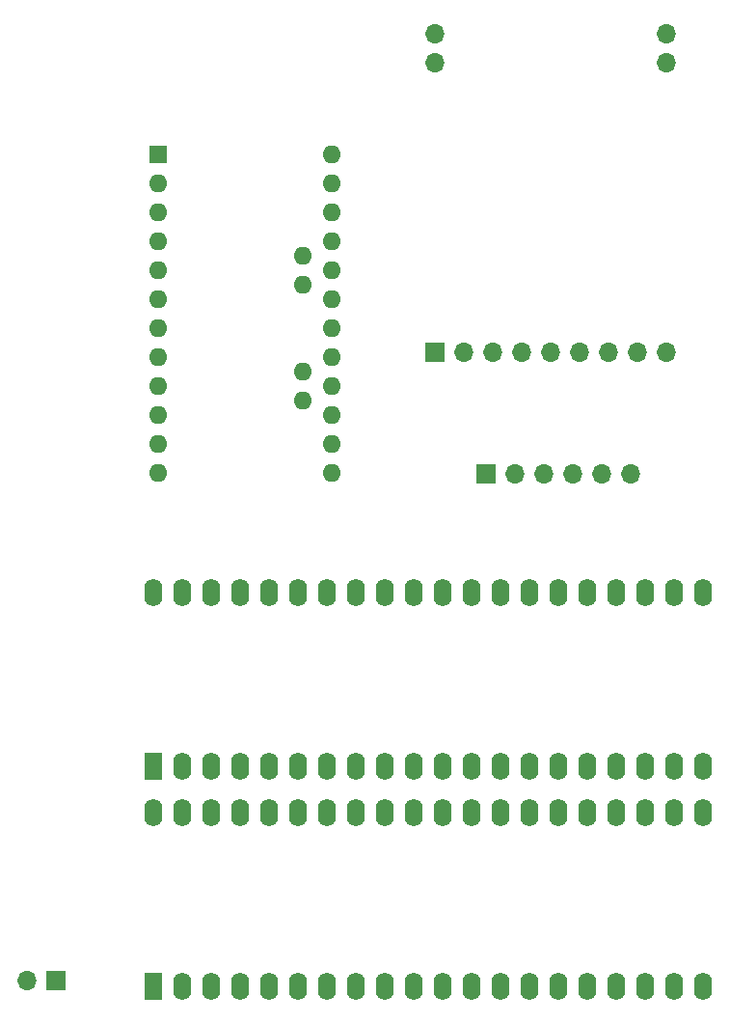
<source format=gts>
G04 #@! TF.GenerationSoftware,KiCad,Pcbnew,(5.1.9)-1*
G04 #@! TF.CreationDate,2023-03-18T10:12:14+09:00*
G04 #@! TF.ProjectId,SMB80TE_SD,534d4238-3054-4455-9f53-442e6b696361,rev?*
G04 #@! TF.SameCoordinates,PX53920b0PY93c3260*
G04 #@! TF.FileFunction,Soldermask,Top*
G04 #@! TF.FilePolarity,Negative*
%FSLAX46Y46*%
G04 Gerber Fmt 4.6, Leading zero omitted, Abs format (unit mm)*
G04 Created by KiCad (PCBNEW (5.1.9)-1) date 2023-03-18 10:12:14*
%MOMM*%
%LPD*%
G01*
G04 APERTURE LIST*
%ADD10R,1.700000X1.700000*%
%ADD11O,1.700000X1.700000*%
%ADD12R,1.600000X1.600000*%
%ADD13O,1.600000X1.600000*%
%ADD14O,1.600000X2.400000*%
%ADD15R,1.600000X2.400000*%
G04 APERTURE END LIST*
D10*
X40270000Y60080000D03*
D11*
X42810000Y60080000D03*
X45350000Y60080000D03*
X47890000Y60080000D03*
X50430000Y60080000D03*
X52970000Y60080000D03*
X55510000Y60080000D03*
X58050000Y60080000D03*
X60590000Y60080000D03*
X60590000Y88020000D03*
X60590000Y85480000D03*
X40270000Y88020000D03*
X40270000Y85480000D03*
D12*
X16000000Y77500000D03*
D13*
X16000000Y74960000D03*
X16000000Y72420000D03*
X31240000Y49560000D03*
X16000000Y69880000D03*
X31240000Y52100000D03*
X16000000Y67340000D03*
X31240000Y54640000D03*
X16000000Y64800000D03*
X31240000Y57180000D03*
X16000000Y62260000D03*
X31240000Y59720000D03*
X16000000Y59720000D03*
X31240000Y62260000D03*
X16000000Y57180000D03*
X31240000Y64800000D03*
X16000000Y54640000D03*
X31240000Y67340000D03*
X16000000Y52100000D03*
X31240000Y69880000D03*
X16000000Y49560000D03*
X31240000Y72420000D03*
X31240000Y74960000D03*
X31240000Y77500000D03*
X28700000Y68610000D03*
X28700000Y66070000D03*
X28700000Y58450000D03*
X28700000Y55910000D03*
D10*
X44715000Y49412000D03*
D11*
X47255000Y49412000D03*
X49795000Y49412000D03*
X52335000Y49412000D03*
X54875000Y49412000D03*
X57415000Y49412000D03*
D14*
X15575000Y19765000D03*
X63835000Y4525000D03*
X18115000Y19765000D03*
X61295000Y4525000D03*
X20655000Y19765000D03*
X58755000Y4525000D03*
X23195000Y19765000D03*
X56215000Y4525000D03*
X25735000Y19765000D03*
X53675000Y4525000D03*
X28275000Y19765000D03*
X51135000Y4525000D03*
X30815000Y19765000D03*
X48595000Y4525000D03*
X33355000Y19765000D03*
X46055000Y4525000D03*
X35895000Y19765000D03*
X43515000Y4525000D03*
X38435000Y19765000D03*
X40975000Y4525000D03*
X40975000Y19765000D03*
X38435000Y4525000D03*
X43515000Y19765000D03*
X35895000Y4525000D03*
X46055000Y19765000D03*
X33355000Y4525000D03*
X48595000Y19765000D03*
X30815000Y4525000D03*
X51135000Y19765000D03*
X28275000Y4525000D03*
X53675000Y19765000D03*
X25735000Y4525000D03*
X56215000Y19765000D03*
X23195000Y4525000D03*
X58755000Y19765000D03*
X20655000Y4525000D03*
X61295000Y19765000D03*
X18115000Y4525000D03*
X63835000Y19765000D03*
D15*
X15575000Y4525000D03*
X15575000Y23775000D03*
D14*
X63835000Y39015000D03*
X18115000Y23775000D03*
X61295000Y39015000D03*
X20655000Y23775000D03*
X58755000Y39015000D03*
X23195000Y23775000D03*
X56215000Y39015000D03*
X25735000Y23775000D03*
X53675000Y39015000D03*
X28275000Y23775000D03*
X51135000Y39015000D03*
X30815000Y23775000D03*
X48595000Y39015000D03*
X33355000Y23775000D03*
X46055000Y39015000D03*
X35895000Y23775000D03*
X43515000Y39015000D03*
X38435000Y23775000D03*
X40975000Y39015000D03*
X40975000Y23775000D03*
X38435000Y39015000D03*
X43515000Y23775000D03*
X35895000Y39015000D03*
X46055000Y23775000D03*
X33355000Y39015000D03*
X48595000Y23775000D03*
X30815000Y39015000D03*
X51135000Y23775000D03*
X28275000Y39015000D03*
X53675000Y23775000D03*
X25735000Y39015000D03*
X56215000Y23775000D03*
X23195000Y39015000D03*
X58755000Y23775000D03*
X20655000Y39015000D03*
X61295000Y23775000D03*
X18115000Y39015000D03*
X63835000Y23775000D03*
X15575000Y39015000D03*
D10*
X7000000Y5000000D03*
D11*
X4460000Y5000000D03*
M02*

</source>
